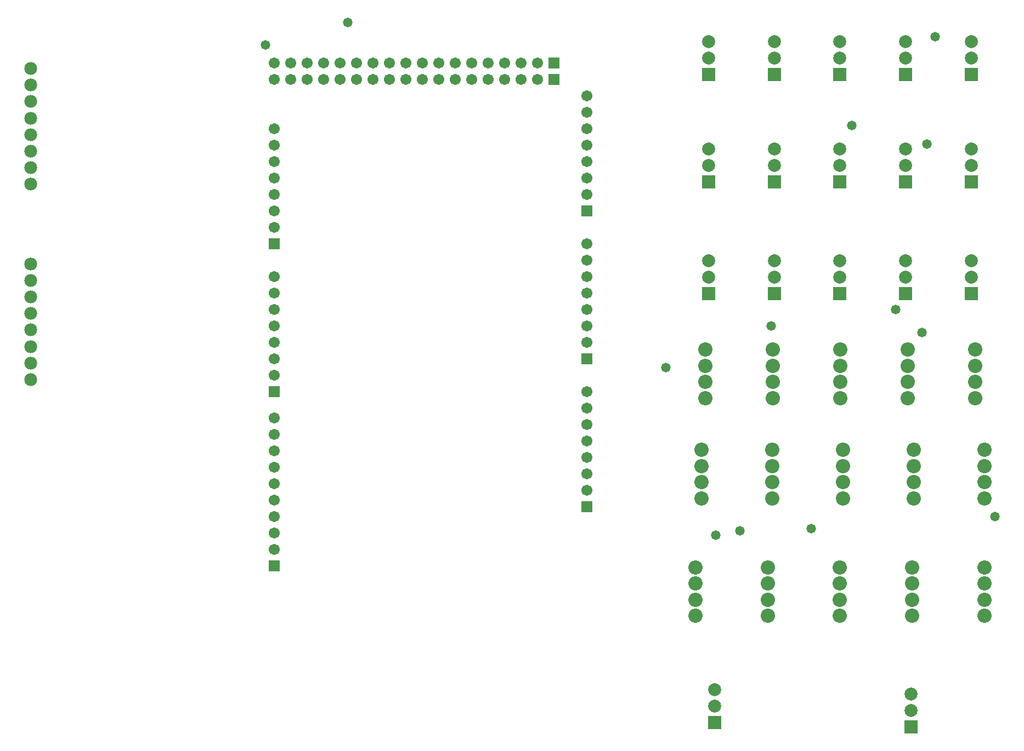
<source format=gbs>
G04*
G04 #@! TF.GenerationSoftware,Altium Limited,CircuitMaker, ()*
G04*
G04 Layer_Color=8150272*
%FSLAX25Y25*%
%MOIN*%
G70*
G04*
G04 #@! TF.SameCoordinates,C26F3102-9BEA-4C27-960F-8064AF7766A3*
G04*
G04*
G04 #@! TF.FilePolarity,Negative*
G04*
G01*
G75*
%ADD14C,0.06706*%
%ADD15R,0.06706X0.06706*%
%ADD16R,0.06706X0.06706*%
%ADD17C,0.07800*%
%ADD19R,0.07887X0.07887*%
%ADD20C,0.07887*%
%ADD21C,0.08674*%
%ADD22C,0.05800*%
D14*
X288500Y570500D02*
D03*
X298500D02*
D03*
X308500D02*
D03*
X288500Y580500D02*
D03*
X298500D02*
D03*
X308500D02*
D03*
X318500Y570500D02*
D03*
X328500D02*
D03*
X338500D02*
D03*
X348500D02*
D03*
X358500D02*
D03*
X368500D02*
D03*
X378500D02*
D03*
X318500Y580500D02*
D03*
X328500D02*
D03*
X338500D02*
D03*
X348500D02*
D03*
X358500D02*
D03*
X368500D02*
D03*
X378500D02*
D03*
X448500D02*
D03*
X438500D02*
D03*
X428500D02*
D03*
X418500D02*
D03*
X408500D02*
D03*
X398500D02*
D03*
X388500D02*
D03*
X448500Y570500D02*
D03*
X438500D02*
D03*
X428500D02*
D03*
X418500D02*
D03*
X408500D02*
D03*
X398500D02*
D03*
X388500D02*
D03*
X288500Y540500D02*
D03*
Y530500D02*
D03*
Y520500D02*
D03*
Y510500D02*
D03*
Y500500D02*
D03*
Y490500D02*
D03*
Y480500D02*
D03*
X478500Y500500D02*
D03*
Y510500D02*
D03*
Y520500D02*
D03*
Y530500D02*
D03*
Y540500D02*
D03*
Y550500D02*
D03*
Y560500D02*
D03*
Y470500D02*
D03*
Y460500D02*
D03*
Y380500D02*
D03*
Y370500D02*
D03*
Y320500D02*
D03*
Y330500D02*
D03*
Y340500D02*
D03*
Y350500D02*
D03*
Y360500D02*
D03*
Y450500D02*
D03*
Y440500D02*
D03*
Y430500D02*
D03*
Y420500D02*
D03*
Y410500D02*
D03*
X288500Y450500D02*
D03*
Y440500D02*
D03*
Y390500D02*
D03*
Y400500D02*
D03*
Y410500D02*
D03*
Y420500D02*
D03*
Y430500D02*
D03*
Y364500D02*
D03*
Y354500D02*
D03*
Y344500D02*
D03*
Y334500D02*
D03*
Y284500D02*
D03*
Y294500D02*
D03*
Y304500D02*
D03*
Y314500D02*
D03*
Y324500D02*
D03*
D15*
X458500Y580500D02*
D03*
Y570500D02*
D03*
D16*
X288500Y470500D02*
D03*
X478500Y490500D02*
D03*
Y310500D02*
D03*
Y400500D02*
D03*
X288500Y380500D02*
D03*
Y274500D02*
D03*
D17*
X140500Y417860D02*
D03*
Y407789D02*
D03*
Y397717D02*
D03*
Y387646D02*
D03*
Y458142D02*
D03*
Y448071D02*
D03*
Y438000D02*
D03*
Y427929D02*
D03*
Y546787D02*
D03*
Y556858D02*
D03*
Y566929D02*
D03*
Y577000D02*
D03*
Y506504D02*
D03*
Y516575D02*
D03*
Y526647D02*
D03*
Y536718D02*
D03*
D19*
X556000Y179000D02*
D03*
X552500Y440000D02*
D03*
Y508000D02*
D03*
Y573500D02*
D03*
X592375Y440000D02*
D03*
Y508000D02*
D03*
Y573500D02*
D03*
X632250Y440000D02*
D03*
Y508000D02*
D03*
Y573500D02*
D03*
X712000Y440000D02*
D03*
Y508000D02*
D03*
Y573500D02*
D03*
X675500Y176500D02*
D03*
X672125Y440000D02*
D03*
Y508000D02*
D03*
Y573500D02*
D03*
D20*
X556000Y189000D02*
D03*
Y199000D02*
D03*
X552500Y460000D02*
D03*
Y450000D02*
D03*
Y528000D02*
D03*
Y518000D02*
D03*
Y593500D02*
D03*
Y583500D02*
D03*
X592375Y460000D02*
D03*
Y450000D02*
D03*
Y528000D02*
D03*
Y518000D02*
D03*
Y593500D02*
D03*
Y583500D02*
D03*
X632250Y460000D02*
D03*
Y450000D02*
D03*
Y528000D02*
D03*
Y518000D02*
D03*
Y593500D02*
D03*
Y583500D02*
D03*
X712000Y460000D02*
D03*
Y450000D02*
D03*
Y528000D02*
D03*
Y518000D02*
D03*
Y593500D02*
D03*
Y583500D02*
D03*
X675500Y186500D02*
D03*
Y196500D02*
D03*
X672125Y460000D02*
D03*
Y450000D02*
D03*
Y528000D02*
D03*
Y518000D02*
D03*
Y593500D02*
D03*
Y583500D02*
D03*
D21*
X588375Y273500D02*
D03*
Y263650D02*
D03*
Y253800D02*
D03*
Y243950D02*
D03*
X591000Y345000D02*
D03*
Y335150D02*
D03*
Y325300D02*
D03*
Y315450D02*
D03*
X591500Y406000D02*
D03*
Y396150D02*
D03*
Y386300D02*
D03*
Y376450D02*
D03*
X632250Y273500D02*
D03*
Y263650D02*
D03*
Y253800D02*
D03*
Y243950D02*
D03*
X634000Y345000D02*
D03*
Y335150D02*
D03*
Y325300D02*
D03*
Y315450D02*
D03*
X632500Y406000D02*
D03*
Y396150D02*
D03*
Y386300D02*
D03*
Y376450D02*
D03*
X720000Y273500D02*
D03*
Y263650D02*
D03*
Y253800D02*
D03*
Y243950D02*
D03*
Y345000D02*
D03*
Y335150D02*
D03*
Y325300D02*
D03*
Y315450D02*
D03*
X714500Y406000D02*
D03*
Y396150D02*
D03*
Y386300D02*
D03*
Y376450D02*
D03*
X544500Y273500D02*
D03*
Y263650D02*
D03*
Y253800D02*
D03*
Y243950D02*
D03*
X548000Y345000D02*
D03*
Y335150D02*
D03*
Y325300D02*
D03*
Y315450D02*
D03*
X550500Y406000D02*
D03*
Y396150D02*
D03*
Y386300D02*
D03*
Y376450D02*
D03*
X676125Y273500D02*
D03*
Y263650D02*
D03*
Y253800D02*
D03*
Y243950D02*
D03*
X677000Y345000D02*
D03*
Y335150D02*
D03*
Y325300D02*
D03*
Y315450D02*
D03*
X673500Y406000D02*
D03*
Y396150D02*
D03*
Y386300D02*
D03*
Y376450D02*
D03*
D22*
X590400Y420500D02*
D03*
X682200Y416500D02*
D03*
X726500Y304500D02*
D03*
X571400Y295800D02*
D03*
X614800Y297000D02*
D03*
X283000Y591500D02*
D03*
X639600Y542400D02*
D03*
X666000Y430200D02*
D03*
X690000Y596400D02*
D03*
X333000Y605000D02*
D03*
X685000Y531000D02*
D03*
X556900Y293000D02*
D03*
X526600Y395000D02*
D03*
M02*

</source>
